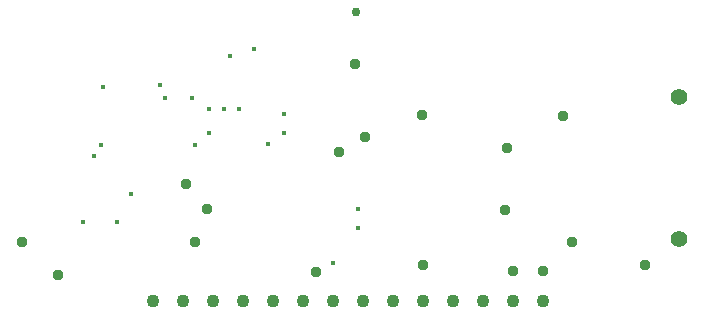
<source format=gbr>
%TF.GenerationSoftware,Altium Limited,Altium Designer,24.7.2 (38)*%
G04 Layer_Color=0*
%FSLAX43Y43*%
%MOMM*%
%TF.SameCoordinates,A6C98B59-F63B-4C8E-8392-574C2285590F*%
%TF.FilePolarity,Positive*%
%TF.FileFunction,Plated,1,2,PTH,Drill*%
%TF.Part,Single*%
G01*
G75*
%TA.AperFunction,ComponentDrill*%
%ADD61C,0.950*%
%ADD62C,0.762*%
%ADD63C,1.400*%
%ADD64C,1.100*%
%ADD65C,0.950*%
%TA.AperFunction,ViaDrill,NotFilled*%
%ADD66C,0.400*%
D61*
X27301Y6575D02*
D03*
X2426Y9150D02*
D03*
X31475Y18029D02*
D03*
X17061Y9150D02*
D03*
X46510Y6691D02*
D03*
X48225Y19800D02*
D03*
X30625Y24175D02*
D03*
X55175Y7150D02*
D03*
X48939Y9100D02*
D03*
X36251Y19850D02*
D03*
X16308Y14050D02*
D03*
X29200Y16727D02*
D03*
X44000Y6691D02*
D03*
D62*
X30687Y28575D02*
D03*
D63*
X58000Y9400D02*
D03*
Y21400D02*
D03*
D64*
X26190Y4120D02*
D03*
X23650D02*
D03*
X21110D02*
D03*
X16030D02*
D03*
X13490D02*
D03*
X18570D02*
D03*
X28730D02*
D03*
X31270D02*
D03*
X33810D02*
D03*
X36350D02*
D03*
X38890D02*
D03*
X41430D02*
D03*
X43970D02*
D03*
X46510D02*
D03*
D65*
X5450Y6350D02*
D03*
X43421Y17035D02*
D03*
X36350Y7150D02*
D03*
X18042Y11916D02*
D03*
X43275Y11829D02*
D03*
D66*
X23260Y17435D02*
D03*
X14075Y22450D02*
D03*
X19482Y20389D02*
D03*
X9225Y22200D02*
D03*
X20028Y24832D02*
D03*
X8475Y16400D02*
D03*
X7548Y10850D02*
D03*
X11605Y13180D02*
D03*
X20725Y20361D02*
D03*
X18212Y18350D02*
D03*
X10425Y10850D02*
D03*
X9042Y17364D02*
D03*
X16825Y21307D02*
D03*
X14525Y21313D02*
D03*
X18212Y20361D02*
D03*
X17000Y17364D02*
D03*
X30839Y11929D02*
D03*
Y10273D02*
D03*
X28730Y7358D02*
D03*
X24607Y18321D02*
D03*
Y19953D02*
D03*
X22032Y25450D02*
D03*
%TF.MD5,01be6b706e5a0facce5f5bada90788a2*%
M02*

</source>
